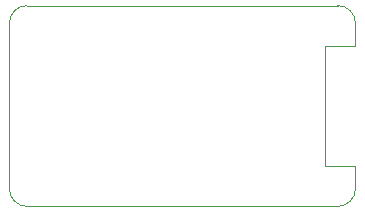
<source format=gko>
G04*
G04 #@! TF.GenerationSoftware,Altium Limited,Altium Designer,22.3.1 (43)*
G04*
G04 Layer_Color=16711935*
%FSTAX25Y25*%
%MOIN*%
G70*
G04*
G04 #@! TF.SameCoordinates,AA438D0C-BAC3-434F-BC1F-4FEAB2FC06D2*
G04*
G04*
G04 #@! TF.FilePolarity,Positive*
G04*
G01*
G75*
%ADD18C,0.00394*%
D18*
X01154Y0061024D02*
G03*
X0109494Y0066929I-0005906J0D01*
G01*
X0109494Y0D02*
G03*
X01154Y0005906I0J0005906D01*
G01*
X0005906Y0066929D02*
G03*
X-0Y0061024I0J-0005906D01*
G01*
X0Y0005906D02*
G03*
X0005906Y0I0005906J0D01*
G01*
X0005906Y0066929D02*
X0109494D01*
X0005906Y0D02*
X0109494D01*
X-0Y0005906D02*
Y0061024D01*
X01053Y0053465D02*
X01154D01*
X01053Y0013465D02*
X01154D01*
X01053D02*
Y0053465D01*
X01154D02*
Y0061024D01*
Y0005906D02*
Y0013465D01*
M02*

</source>
